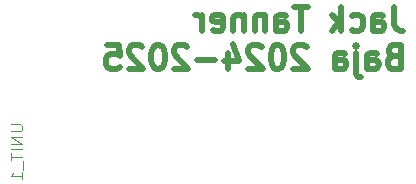
<source format=gbo>
%TF.GenerationSoftware,KiCad,Pcbnew,9.0.0*%
%TF.CreationDate,2025-03-25T19:27:29-07:00*%
%TF.ProjectId,Speedometer,53706565-646f-46d6-9574-65722e6b6963,v1*%
%TF.SameCoordinates,Original*%
%TF.FileFunction,Legend,Bot*%
%TF.FilePolarity,Positive*%
%FSLAX46Y46*%
G04 Gerber Fmt 4.6, Leading zero omitted, Abs format (unit mm)*
G04 Created by KiCad (PCBNEW 9.0.0) date 2025-03-25 19:27:29*
%MOMM*%
%LPD*%
G01*
G04 APERTURE LIST*
%ADD10C,0.500000*%
%ADD11C,0.100000*%
G04 APERTURE END LIST*
D10*
X103223433Y-73309350D02*
X103223433Y-74737921D01*
X103223433Y-74737921D02*
X103318672Y-75023635D01*
X103318672Y-75023635D02*
X103509148Y-75214112D01*
X103509148Y-75214112D02*
X103794862Y-75309350D01*
X103794862Y-75309350D02*
X103985338Y-75309350D01*
X101413909Y-75309350D02*
X101413909Y-74261731D01*
X101413909Y-74261731D02*
X101509147Y-74071254D01*
X101509147Y-74071254D02*
X101699623Y-73976016D01*
X101699623Y-73976016D02*
X102080576Y-73976016D01*
X102080576Y-73976016D02*
X102271052Y-74071254D01*
X101413909Y-75214112D02*
X101604385Y-75309350D01*
X101604385Y-75309350D02*
X102080576Y-75309350D01*
X102080576Y-75309350D02*
X102271052Y-75214112D01*
X102271052Y-75214112D02*
X102366290Y-75023635D01*
X102366290Y-75023635D02*
X102366290Y-74833159D01*
X102366290Y-74833159D02*
X102271052Y-74642683D01*
X102271052Y-74642683D02*
X102080576Y-74547445D01*
X102080576Y-74547445D02*
X101604385Y-74547445D01*
X101604385Y-74547445D02*
X101413909Y-74452207D01*
X99604385Y-75214112D02*
X99794861Y-75309350D01*
X99794861Y-75309350D02*
X100175814Y-75309350D01*
X100175814Y-75309350D02*
X100366290Y-75214112D01*
X100366290Y-75214112D02*
X100461528Y-75118873D01*
X100461528Y-75118873D02*
X100556766Y-74928397D01*
X100556766Y-74928397D02*
X100556766Y-74356969D01*
X100556766Y-74356969D02*
X100461528Y-74166492D01*
X100461528Y-74166492D02*
X100366290Y-74071254D01*
X100366290Y-74071254D02*
X100175814Y-73976016D01*
X100175814Y-73976016D02*
X99794861Y-73976016D01*
X99794861Y-73976016D02*
X99604385Y-74071254D01*
X98747242Y-75309350D02*
X98747242Y-73309350D01*
X98556766Y-74547445D02*
X97985337Y-75309350D01*
X97985337Y-73976016D02*
X98747242Y-74737921D01*
X95890098Y-73309350D02*
X94747241Y-73309350D01*
X95318670Y-75309350D02*
X95318670Y-73309350D01*
X93223431Y-75309350D02*
X93223431Y-74261731D01*
X93223431Y-74261731D02*
X93318669Y-74071254D01*
X93318669Y-74071254D02*
X93509145Y-73976016D01*
X93509145Y-73976016D02*
X93890098Y-73976016D01*
X93890098Y-73976016D02*
X94080574Y-74071254D01*
X93223431Y-75214112D02*
X93413907Y-75309350D01*
X93413907Y-75309350D02*
X93890098Y-75309350D01*
X93890098Y-75309350D02*
X94080574Y-75214112D01*
X94080574Y-75214112D02*
X94175812Y-75023635D01*
X94175812Y-75023635D02*
X94175812Y-74833159D01*
X94175812Y-74833159D02*
X94080574Y-74642683D01*
X94080574Y-74642683D02*
X93890098Y-74547445D01*
X93890098Y-74547445D02*
X93413907Y-74547445D01*
X93413907Y-74547445D02*
X93223431Y-74452207D01*
X92271050Y-73976016D02*
X92271050Y-75309350D01*
X92271050Y-74166492D02*
X92175812Y-74071254D01*
X92175812Y-74071254D02*
X91985336Y-73976016D01*
X91985336Y-73976016D02*
X91699621Y-73976016D01*
X91699621Y-73976016D02*
X91509145Y-74071254D01*
X91509145Y-74071254D02*
X91413907Y-74261731D01*
X91413907Y-74261731D02*
X91413907Y-75309350D01*
X90461526Y-73976016D02*
X90461526Y-75309350D01*
X90461526Y-74166492D02*
X90366288Y-74071254D01*
X90366288Y-74071254D02*
X90175812Y-73976016D01*
X90175812Y-73976016D02*
X89890097Y-73976016D01*
X89890097Y-73976016D02*
X89699621Y-74071254D01*
X89699621Y-74071254D02*
X89604383Y-74261731D01*
X89604383Y-74261731D02*
X89604383Y-75309350D01*
X87890097Y-75214112D02*
X88080573Y-75309350D01*
X88080573Y-75309350D02*
X88461526Y-75309350D01*
X88461526Y-75309350D02*
X88652002Y-75214112D01*
X88652002Y-75214112D02*
X88747240Y-75023635D01*
X88747240Y-75023635D02*
X88747240Y-74261731D01*
X88747240Y-74261731D02*
X88652002Y-74071254D01*
X88652002Y-74071254D02*
X88461526Y-73976016D01*
X88461526Y-73976016D02*
X88080573Y-73976016D01*
X88080573Y-73976016D02*
X87890097Y-74071254D01*
X87890097Y-74071254D02*
X87794859Y-74261731D01*
X87794859Y-74261731D02*
X87794859Y-74452207D01*
X87794859Y-74452207D02*
X88747240Y-74642683D01*
X86937716Y-75309350D02*
X86937716Y-73976016D01*
X86937716Y-74356969D02*
X86842478Y-74166492D01*
X86842478Y-74166492D02*
X86747240Y-74071254D01*
X86747240Y-74071254D02*
X86556764Y-73976016D01*
X86556764Y-73976016D02*
X86366287Y-73976016D01*
X103128195Y-77481619D02*
X102842481Y-77576857D01*
X102842481Y-77576857D02*
X102747243Y-77672095D01*
X102747243Y-77672095D02*
X102652005Y-77862571D01*
X102652005Y-77862571D02*
X102652005Y-78148285D01*
X102652005Y-78148285D02*
X102747243Y-78338761D01*
X102747243Y-78338761D02*
X102842481Y-78434000D01*
X102842481Y-78434000D02*
X103032957Y-78529238D01*
X103032957Y-78529238D02*
X103794862Y-78529238D01*
X103794862Y-78529238D02*
X103794862Y-76529238D01*
X103794862Y-76529238D02*
X103128195Y-76529238D01*
X103128195Y-76529238D02*
X102937719Y-76624476D01*
X102937719Y-76624476D02*
X102842481Y-76719714D01*
X102842481Y-76719714D02*
X102747243Y-76910190D01*
X102747243Y-76910190D02*
X102747243Y-77100666D01*
X102747243Y-77100666D02*
X102842481Y-77291142D01*
X102842481Y-77291142D02*
X102937719Y-77386380D01*
X102937719Y-77386380D02*
X103128195Y-77481619D01*
X103128195Y-77481619D02*
X103794862Y-77481619D01*
X100937719Y-78529238D02*
X100937719Y-77481619D01*
X100937719Y-77481619D02*
X101032957Y-77291142D01*
X101032957Y-77291142D02*
X101223433Y-77195904D01*
X101223433Y-77195904D02*
X101604386Y-77195904D01*
X101604386Y-77195904D02*
X101794862Y-77291142D01*
X100937719Y-78434000D02*
X101128195Y-78529238D01*
X101128195Y-78529238D02*
X101604386Y-78529238D01*
X101604386Y-78529238D02*
X101794862Y-78434000D01*
X101794862Y-78434000D02*
X101890100Y-78243523D01*
X101890100Y-78243523D02*
X101890100Y-78053047D01*
X101890100Y-78053047D02*
X101794862Y-77862571D01*
X101794862Y-77862571D02*
X101604386Y-77767333D01*
X101604386Y-77767333D02*
X101128195Y-77767333D01*
X101128195Y-77767333D02*
X100937719Y-77672095D01*
X99985338Y-77195904D02*
X99985338Y-78910190D01*
X99985338Y-78910190D02*
X100080576Y-79100666D01*
X100080576Y-79100666D02*
X100271052Y-79195904D01*
X100271052Y-79195904D02*
X100366290Y-79195904D01*
X99985338Y-76529238D02*
X100080576Y-76624476D01*
X100080576Y-76624476D02*
X99985338Y-76719714D01*
X99985338Y-76719714D02*
X99890100Y-76624476D01*
X99890100Y-76624476D02*
X99985338Y-76529238D01*
X99985338Y-76529238D02*
X99985338Y-76719714D01*
X98175814Y-78529238D02*
X98175814Y-77481619D01*
X98175814Y-77481619D02*
X98271052Y-77291142D01*
X98271052Y-77291142D02*
X98461528Y-77195904D01*
X98461528Y-77195904D02*
X98842481Y-77195904D01*
X98842481Y-77195904D02*
X99032957Y-77291142D01*
X98175814Y-78434000D02*
X98366290Y-78529238D01*
X98366290Y-78529238D02*
X98842481Y-78529238D01*
X98842481Y-78529238D02*
X99032957Y-78434000D01*
X99032957Y-78434000D02*
X99128195Y-78243523D01*
X99128195Y-78243523D02*
X99128195Y-78053047D01*
X99128195Y-78053047D02*
X99032957Y-77862571D01*
X99032957Y-77862571D02*
X98842481Y-77767333D01*
X98842481Y-77767333D02*
X98366290Y-77767333D01*
X98366290Y-77767333D02*
X98175814Y-77672095D01*
X95794861Y-76719714D02*
X95699623Y-76624476D01*
X95699623Y-76624476D02*
X95509147Y-76529238D01*
X95509147Y-76529238D02*
X95032956Y-76529238D01*
X95032956Y-76529238D02*
X94842480Y-76624476D01*
X94842480Y-76624476D02*
X94747242Y-76719714D01*
X94747242Y-76719714D02*
X94652004Y-76910190D01*
X94652004Y-76910190D02*
X94652004Y-77100666D01*
X94652004Y-77100666D02*
X94747242Y-77386380D01*
X94747242Y-77386380D02*
X95890099Y-78529238D01*
X95890099Y-78529238D02*
X94652004Y-78529238D01*
X93413909Y-76529238D02*
X93223432Y-76529238D01*
X93223432Y-76529238D02*
X93032956Y-76624476D01*
X93032956Y-76624476D02*
X92937718Y-76719714D01*
X92937718Y-76719714D02*
X92842480Y-76910190D01*
X92842480Y-76910190D02*
X92747242Y-77291142D01*
X92747242Y-77291142D02*
X92747242Y-77767333D01*
X92747242Y-77767333D02*
X92842480Y-78148285D01*
X92842480Y-78148285D02*
X92937718Y-78338761D01*
X92937718Y-78338761D02*
X93032956Y-78434000D01*
X93032956Y-78434000D02*
X93223432Y-78529238D01*
X93223432Y-78529238D02*
X93413909Y-78529238D01*
X93413909Y-78529238D02*
X93604385Y-78434000D01*
X93604385Y-78434000D02*
X93699623Y-78338761D01*
X93699623Y-78338761D02*
X93794861Y-78148285D01*
X93794861Y-78148285D02*
X93890099Y-77767333D01*
X93890099Y-77767333D02*
X93890099Y-77291142D01*
X93890099Y-77291142D02*
X93794861Y-76910190D01*
X93794861Y-76910190D02*
X93699623Y-76719714D01*
X93699623Y-76719714D02*
X93604385Y-76624476D01*
X93604385Y-76624476D02*
X93413909Y-76529238D01*
X91985337Y-76719714D02*
X91890099Y-76624476D01*
X91890099Y-76624476D02*
X91699623Y-76529238D01*
X91699623Y-76529238D02*
X91223432Y-76529238D01*
X91223432Y-76529238D02*
X91032956Y-76624476D01*
X91032956Y-76624476D02*
X90937718Y-76719714D01*
X90937718Y-76719714D02*
X90842480Y-76910190D01*
X90842480Y-76910190D02*
X90842480Y-77100666D01*
X90842480Y-77100666D02*
X90937718Y-77386380D01*
X90937718Y-77386380D02*
X92080575Y-78529238D01*
X92080575Y-78529238D02*
X90842480Y-78529238D01*
X89128194Y-77195904D02*
X89128194Y-78529238D01*
X89604385Y-76434000D02*
X90080575Y-77862571D01*
X90080575Y-77862571D02*
X88842480Y-77862571D01*
X88080575Y-77767333D02*
X86556766Y-77767333D01*
X85699623Y-76719714D02*
X85604385Y-76624476D01*
X85604385Y-76624476D02*
X85413909Y-76529238D01*
X85413909Y-76529238D02*
X84937718Y-76529238D01*
X84937718Y-76529238D02*
X84747242Y-76624476D01*
X84747242Y-76624476D02*
X84652004Y-76719714D01*
X84652004Y-76719714D02*
X84556766Y-76910190D01*
X84556766Y-76910190D02*
X84556766Y-77100666D01*
X84556766Y-77100666D02*
X84652004Y-77386380D01*
X84652004Y-77386380D02*
X85794861Y-78529238D01*
X85794861Y-78529238D02*
X84556766Y-78529238D01*
X83318671Y-76529238D02*
X83128194Y-76529238D01*
X83128194Y-76529238D02*
X82937718Y-76624476D01*
X82937718Y-76624476D02*
X82842480Y-76719714D01*
X82842480Y-76719714D02*
X82747242Y-76910190D01*
X82747242Y-76910190D02*
X82652004Y-77291142D01*
X82652004Y-77291142D02*
X82652004Y-77767333D01*
X82652004Y-77767333D02*
X82747242Y-78148285D01*
X82747242Y-78148285D02*
X82842480Y-78338761D01*
X82842480Y-78338761D02*
X82937718Y-78434000D01*
X82937718Y-78434000D02*
X83128194Y-78529238D01*
X83128194Y-78529238D02*
X83318671Y-78529238D01*
X83318671Y-78529238D02*
X83509147Y-78434000D01*
X83509147Y-78434000D02*
X83604385Y-78338761D01*
X83604385Y-78338761D02*
X83699623Y-78148285D01*
X83699623Y-78148285D02*
X83794861Y-77767333D01*
X83794861Y-77767333D02*
X83794861Y-77291142D01*
X83794861Y-77291142D02*
X83699623Y-76910190D01*
X83699623Y-76910190D02*
X83604385Y-76719714D01*
X83604385Y-76719714D02*
X83509147Y-76624476D01*
X83509147Y-76624476D02*
X83318671Y-76529238D01*
X81890099Y-76719714D02*
X81794861Y-76624476D01*
X81794861Y-76624476D02*
X81604385Y-76529238D01*
X81604385Y-76529238D02*
X81128194Y-76529238D01*
X81128194Y-76529238D02*
X80937718Y-76624476D01*
X80937718Y-76624476D02*
X80842480Y-76719714D01*
X80842480Y-76719714D02*
X80747242Y-76910190D01*
X80747242Y-76910190D02*
X80747242Y-77100666D01*
X80747242Y-77100666D02*
X80842480Y-77386380D01*
X80842480Y-77386380D02*
X81985337Y-78529238D01*
X81985337Y-78529238D02*
X80747242Y-78529238D01*
X78937718Y-76529238D02*
X79890099Y-76529238D01*
X79890099Y-76529238D02*
X79985337Y-77481619D01*
X79985337Y-77481619D02*
X79890099Y-77386380D01*
X79890099Y-77386380D02*
X79699623Y-77291142D01*
X79699623Y-77291142D02*
X79223432Y-77291142D01*
X79223432Y-77291142D02*
X79032956Y-77386380D01*
X79032956Y-77386380D02*
X78937718Y-77481619D01*
X78937718Y-77481619D02*
X78842480Y-77672095D01*
X78842480Y-77672095D02*
X78842480Y-78148285D01*
X78842480Y-78148285D02*
X78937718Y-78338761D01*
X78937718Y-78338761D02*
X79032956Y-78434000D01*
X79032956Y-78434000D02*
X79223432Y-78529238D01*
X79223432Y-78529238D02*
X79699623Y-78529238D01*
X79699623Y-78529238D02*
X79890099Y-78434000D01*
X79890099Y-78434000D02*
X79985337Y-78338761D01*
D11*
X70727419Y-83244286D02*
X71536942Y-83244286D01*
X71536942Y-83244286D02*
X71632180Y-83291905D01*
X71632180Y-83291905D02*
X71679800Y-83339524D01*
X71679800Y-83339524D02*
X71727419Y-83434762D01*
X71727419Y-83434762D02*
X71727419Y-83625238D01*
X71727419Y-83625238D02*
X71679800Y-83720476D01*
X71679800Y-83720476D02*
X71632180Y-83768095D01*
X71632180Y-83768095D02*
X71536942Y-83815714D01*
X71536942Y-83815714D02*
X70727419Y-83815714D01*
X71727419Y-84291905D02*
X70727419Y-84291905D01*
X70727419Y-84291905D02*
X71727419Y-84863333D01*
X71727419Y-84863333D02*
X70727419Y-84863333D01*
X71727419Y-85339524D02*
X70727419Y-85339524D01*
X70727419Y-85672857D02*
X70727419Y-86244285D01*
X71727419Y-85958571D02*
X70727419Y-85958571D01*
X71822657Y-86339524D02*
X71822657Y-87101428D01*
X71727419Y-87863333D02*
X71727419Y-87291905D01*
X71727419Y-87577619D02*
X70727419Y-87577619D01*
X70727419Y-87577619D02*
X70870276Y-87482381D01*
X70870276Y-87482381D02*
X70965514Y-87387143D01*
X70965514Y-87387143D02*
X71013133Y-87291905D01*
M02*

</source>
